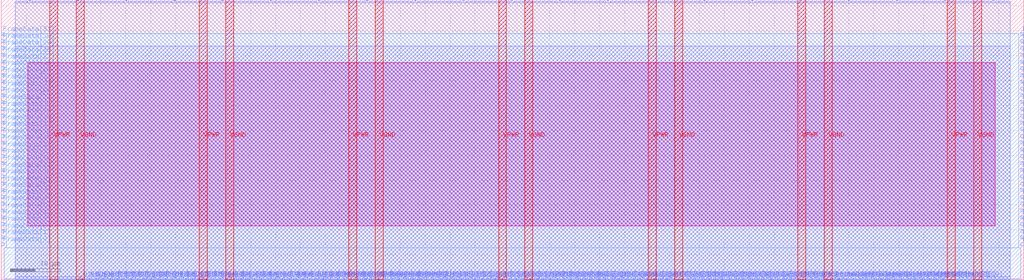
<source format=lef>
VERSION 5.7 ;
  NOWIREEXTENSIONATPIN ON ;
  DIVIDERCHAR "/" ;
  BUSBITCHARS "[]" ;
MACRO N_term_single
  CLASS BLOCK ;
  FOREIGN N_term_single ;
  ORIGIN 0.000 0.000 ;
  SIZE 205.000 BY 56.250 ;
  PIN Ci
    DIRECTION INPUT ;
    USE SIGNAL ;
    PORT
      LAYER met2 ;
        RECT 87.950 0.000 88.230 0.280 ;
    END
  END Ci
  PIN FrameData[0]
    DIRECTION INPUT ;
    USE SIGNAL ;
    ANTENNAGATEAREA 0.196500 ;
    PORT
      LAYER met3 ;
        RECT 0.000 6.840 0.600 7.440 ;
    END
  END FrameData[0]
  PIN FrameData[10]
    DIRECTION INPUT ;
    USE SIGNAL ;
    ANTENNAGATEAREA 0.631200 ;
    ANTENNADIFFAREA 0.434700 ;
    PORT
      LAYER met3 ;
        RECT 0.000 20.440 0.600 21.040 ;
    END
  END FrameData[10]
  PIN FrameData[11]
    DIRECTION INPUT ;
    USE SIGNAL ;
    ANTENNAGATEAREA 0.631200 ;
    ANTENNADIFFAREA 0.434700 ;
    PORT
      LAYER met3 ;
        RECT 0.000 21.800 0.600 22.400 ;
    END
  END FrameData[11]
  PIN FrameData[12]
    DIRECTION INPUT ;
    USE SIGNAL ;
    ANTENNAGATEAREA 0.631200 ;
    ANTENNADIFFAREA 0.434700 ;
    PORT
      LAYER met3 ;
        RECT 0.000 23.160 0.600 23.760 ;
    END
  END FrameData[12]
  PIN FrameData[13]
    DIRECTION INPUT ;
    USE SIGNAL ;
    ANTENNAGATEAREA 0.631200 ;
    ANTENNADIFFAREA 0.434700 ;
    PORT
      LAYER met3 ;
        RECT 0.000 24.520 0.600 25.120 ;
    END
  END FrameData[13]
  PIN FrameData[14]
    DIRECTION INPUT ;
    USE SIGNAL ;
    ANTENNAGATEAREA 0.631200 ;
    ANTENNADIFFAREA 0.434700 ;
    PORT
      LAYER met3 ;
        RECT 0.000 25.880 0.600 26.480 ;
    END
  END FrameData[14]
  PIN FrameData[15]
    DIRECTION INPUT ;
    USE SIGNAL ;
    ANTENNAGATEAREA 0.196500 ;
    PORT
      LAYER met3 ;
        RECT 0.000 27.240 0.600 27.840 ;
    END
  END FrameData[15]
  PIN FrameData[16]
    DIRECTION INPUT ;
    USE SIGNAL ;
    ANTENNAGATEAREA 0.631200 ;
    ANTENNADIFFAREA 0.434700 ;
    PORT
      LAYER met3 ;
        RECT 0.000 28.600 0.600 29.200 ;
    END
  END FrameData[16]
  PIN FrameData[17]
    DIRECTION INPUT ;
    USE SIGNAL ;
    ANTENNAGATEAREA 0.196500 ;
    PORT
      LAYER met3 ;
        RECT 0.000 29.960 0.600 30.560 ;
    END
  END FrameData[17]
  PIN FrameData[18]
    DIRECTION INPUT ;
    USE SIGNAL ;
    ANTENNAGATEAREA 0.631200 ;
    ANTENNADIFFAREA 0.434700 ;
    PORT
      LAYER met3 ;
        RECT 0.000 31.320 0.600 31.920 ;
    END
  END FrameData[18]
  PIN FrameData[19]
    DIRECTION INPUT ;
    USE SIGNAL ;
    ANTENNAGATEAREA 0.631200 ;
    ANTENNADIFFAREA 0.434700 ;
    PORT
      LAYER met3 ;
        RECT 0.000 32.680 0.600 33.280 ;
    END
  END FrameData[19]
  PIN FrameData[1]
    DIRECTION INPUT ;
    USE SIGNAL ;
    ANTENNAGATEAREA 0.631200 ;
    ANTENNADIFFAREA 0.434700 ;
    PORT
      LAYER met3 ;
        RECT 0.000 8.200 0.600 8.800 ;
    END
  END FrameData[1]
  PIN FrameData[20]
    DIRECTION INPUT ;
    USE SIGNAL ;
    ANTENNAGATEAREA 0.631200 ;
    ANTENNADIFFAREA 0.434700 ;
    PORT
      LAYER met3 ;
        RECT 0.000 34.040 0.600 34.640 ;
    END
  END FrameData[20]
  PIN FrameData[21]
    DIRECTION INPUT ;
    USE SIGNAL ;
    ANTENNAGATEAREA 0.631200 ;
    ANTENNADIFFAREA 0.434700 ;
    PORT
      LAYER met3 ;
        RECT 0.000 35.400 0.600 36.000 ;
    END
  END FrameData[21]
  PIN FrameData[22]
    DIRECTION INPUT ;
    USE SIGNAL ;
    ANTENNAGATEAREA 0.196500 ;
    PORT
      LAYER met3 ;
        RECT 0.000 36.760 0.600 37.360 ;
    END
  END FrameData[22]
  PIN FrameData[23]
    DIRECTION INPUT ;
    USE SIGNAL ;
    ANTENNAGATEAREA 0.631200 ;
    ANTENNADIFFAREA 0.434700 ;
    PORT
      LAYER met3 ;
        RECT 0.000 38.120 0.600 38.720 ;
    END
  END FrameData[23]
  PIN FrameData[24]
    DIRECTION INPUT ;
    USE SIGNAL ;
    ANTENNAGATEAREA 0.631200 ;
    ANTENNADIFFAREA 0.434700 ;
    PORT
      LAYER met3 ;
        RECT 0.000 39.480 0.600 40.080 ;
    END
  END FrameData[24]
  PIN FrameData[25]
    DIRECTION INPUT ;
    USE SIGNAL ;
    ANTENNAGATEAREA 0.631200 ;
    ANTENNADIFFAREA 0.434700 ;
    PORT
      LAYER met3 ;
        RECT 0.000 40.840 0.600 41.440 ;
    END
  END FrameData[25]
  PIN FrameData[26]
    DIRECTION INPUT ;
    USE SIGNAL ;
    ANTENNAGATEAREA 0.631200 ;
    ANTENNADIFFAREA 0.434700 ;
    PORT
      LAYER met3 ;
        RECT 0.000 42.200 0.600 42.800 ;
    END
  END FrameData[26]
  PIN FrameData[27]
    DIRECTION INPUT ;
    USE SIGNAL ;
    ANTENNAGATEAREA 0.631200 ;
    ANTENNADIFFAREA 0.434700 ;
    PORT
      LAYER met3 ;
        RECT 0.000 43.560 0.600 44.160 ;
    END
  END FrameData[27]
  PIN FrameData[28]
    DIRECTION INPUT ;
    USE SIGNAL ;
    ANTENNAGATEAREA 0.631200 ;
    ANTENNADIFFAREA 0.434700 ;
    PORT
      LAYER met3 ;
        RECT 0.000 44.920 0.600 45.520 ;
    END
  END FrameData[28]
  PIN FrameData[29]
    DIRECTION INPUT ;
    USE SIGNAL ;
    ANTENNAGATEAREA 0.631200 ;
    ANTENNADIFFAREA 0.434700 ;
    PORT
      LAYER met3 ;
        RECT 0.000 46.280 0.600 46.880 ;
    END
  END FrameData[29]
  PIN FrameData[2]
    DIRECTION INPUT ;
    USE SIGNAL ;
    ANTENNAGATEAREA 0.631200 ;
    ANTENNADIFFAREA 0.434700 ;
    PORT
      LAYER met3 ;
        RECT 0.000 9.560 0.600 10.160 ;
    END
  END FrameData[2]
  PIN FrameData[30]
    DIRECTION INPUT ;
    USE SIGNAL ;
    ANTENNAGATEAREA 0.631200 ;
    ANTENNADIFFAREA 0.434700 ;
    PORT
      LAYER met3 ;
        RECT 0.000 47.640 0.600 48.240 ;
    END
  END FrameData[30]
  PIN FrameData[31]
    DIRECTION INPUT ;
    USE SIGNAL ;
    ANTENNAGATEAREA 0.631200 ;
    ANTENNADIFFAREA 0.434700 ;
    PORT
      LAYER met3 ;
        RECT 0.000 49.000 0.600 49.600 ;
    END
  END FrameData[31]
  PIN FrameData[3]
    DIRECTION INPUT ;
    USE SIGNAL ;
    ANTENNAGATEAREA 0.631200 ;
    ANTENNADIFFAREA 0.434700 ;
    PORT
      LAYER met3 ;
        RECT 0.000 10.920 0.600 11.520 ;
    END
  END FrameData[3]
  PIN FrameData[4]
    DIRECTION INPUT ;
    USE SIGNAL ;
    ANTENNAGATEAREA 0.631200 ;
    ANTENNADIFFAREA 0.434700 ;
    PORT
      LAYER met3 ;
        RECT 0.000 12.280 0.600 12.880 ;
    END
  END FrameData[4]
  PIN FrameData[5]
    DIRECTION INPUT ;
    USE SIGNAL ;
    ANTENNAGATEAREA 0.631200 ;
    ANTENNADIFFAREA 0.434700 ;
    PORT
      LAYER met3 ;
        RECT 0.000 13.640 0.600 14.240 ;
    END
  END FrameData[5]
  PIN FrameData[6]
    DIRECTION INPUT ;
    USE SIGNAL ;
    ANTENNAGATEAREA 0.631200 ;
    ANTENNADIFFAREA 0.434700 ;
    PORT
      LAYER met3 ;
        RECT 0.000 15.000 0.600 15.600 ;
    END
  END FrameData[6]
  PIN FrameData[7]
    DIRECTION INPUT ;
    USE SIGNAL ;
    ANTENNAGATEAREA 0.631200 ;
    ANTENNADIFFAREA 0.434700 ;
    PORT
      LAYER met3 ;
        RECT 0.000 16.360 0.600 16.960 ;
    END
  END FrameData[7]
  PIN FrameData[8]
    DIRECTION INPUT ;
    USE SIGNAL ;
    ANTENNAGATEAREA 0.631200 ;
    ANTENNADIFFAREA 0.434700 ;
    PORT
      LAYER met3 ;
        RECT 0.000 17.720 0.600 18.320 ;
    END
  END FrameData[8]
  PIN FrameData[9]
    DIRECTION INPUT ;
    USE SIGNAL ;
    ANTENNAGATEAREA 0.631200 ;
    ANTENNADIFFAREA 0.434700 ;
    PORT
      LAYER met3 ;
        RECT 0.000 19.080 0.600 19.680 ;
    END
  END FrameData[9]
  PIN FrameData_O[0]
    DIRECTION OUTPUT ;
    USE SIGNAL ;
    ANTENNADIFFAREA 0.445500 ;
    PORT
      LAYER met3 ;
        RECT 204.400 6.840 205.000 7.440 ;
    END
  END FrameData_O[0]
  PIN FrameData_O[10]
    DIRECTION OUTPUT ;
    USE SIGNAL ;
    ANTENNADIFFAREA 0.445500 ;
    PORT
      LAYER met3 ;
        RECT 204.400 20.440 205.000 21.040 ;
    END
  END FrameData_O[10]
  PIN FrameData_O[11]
    DIRECTION OUTPUT ;
    USE SIGNAL ;
    ANTENNADIFFAREA 0.445500 ;
    PORT
      LAYER met3 ;
        RECT 204.400 21.800 205.000 22.400 ;
    END
  END FrameData_O[11]
  PIN FrameData_O[12]
    DIRECTION OUTPUT ;
    USE SIGNAL ;
    ANTENNADIFFAREA 0.445500 ;
    PORT
      LAYER met3 ;
        RECT 204.400 23.160 205.000 23.760 ;
    END
  END FrameData_O[12]
  PIN FrameData_O[13]
    DIRECTION OUTPUT ;
    USE SIGNAL ;
    ANTENNADIFFAREA 0.445500 ;
    PORT
      LAYER met3 ;
        RECT 204.400 24.520 205.000 25.120 ;
    END
  END FrameData_O[13]
  PIN FrameData_O[14]
    DIRECTION OUTPUT ;
    USE SIGNAL ;
    ANTENNADIFFAREA 0.445500 ;
    PORT
      LAYER met3 ;
        RECT 204.400 25.880 205.000 26.480 ;
    END
  END FrameData_O[14]
  PIN FrameData_O[15]
    DIRECTION OUTPUT ;
    USE SIGNAL ;
    ANTENNADIFFAREA 0.445500 ;
    PORT
      LAYER met3 ;
        RECT 204.400 27.240 205.000 27.840 ;
    END
  END FrameData_O[15]
  PIN FrameData_O[16]
    DIRECTION OUTPUT ;
    USE SIGNAL ;
    ANTENNADIFFAREA 0.445500 ;
    PORT
      LAYER met3 ;
        RECT 204.400 28.600 205.000 29.200 ;
    END
  END FrameData_O[16]
  PIN FrameData_O[17]
    DIRECTION OUTPUT ;
    USE SIGNAL ;
    ANTENNADIFFAREA 0.445500 ;
    PORT
      LAYER met3 ;
        RECT 204.400 29.960 205.000 30.560 ;
    END
  END FrameData_O[17]
  PIN FrameData_O[18]
    DIRECTION OUTPUT ;
    USE SIGNAL ;
    ANTENNADIFFAREA 0.445500 ;
    PORT
      LAYER met3 ;
        RECT 204.400 31.320 205.000 31.920 ;
    END
  END FrameData_O[18]
  PIN FrameData_O[19]
    DIRECTION OUTPUT ;
    USE SIGNAL ;
    ANTENNADIFFAREA 0.445500 ;
    PORT
      LAYER met3 ;
        RECT 204.400 32.680 205.000 33.280 ;
    END
  END FrameData_O[19]
  PIN FrameData_O[1]
    DIRECTION OUTPUT ;
    USE SIGNAL ;
    ANTENNADIFFAREA 0.445500 ;
    PORT
      LAYER met3 ;
        RECT 204.400 8.200 205.000 8.800 ;
    END
  END FrameData_O[1]
  PIN FrameData_O[20]
    DIRECTION OUTPUT ;
    USE SIGNAL ;
    ANTENNADIFFAREA 0.445500 ;
    PORT
      LAYER met3 ;
        RECT 204.400 34.040 205.000 34.640 ;
    END
  END FrameData_O[20]
  PIN FrameData_O[21]
    DIRECTION OUTPUT ;
    USE SIGNAL ;
    ANTENNADIFFAREA 0.445500 ;
    PORT
      LAYER met3 ;
        RECT 204.400 35.400 205.000 36.000 ;
    END
  END FrameData_O[21]
  PIN FrameData_O[22]
    DIRECTION OUTPUT ;
    USE SIGNAL ;
    ANTENNADIFFAREA 0.445500 ;
    PORT
      LAYER met3 ;
        RECT 204.400 36.760 205.000 37.360 ;
    END
  END FrameData_O[22]
  PIN FrameData_O[23]
    DIRECTION OUTPUT ;
    USE SIGNAL ;
    ANTENNADIFFAREA 0.445500 ;
    PORT
      LAYER met3 ;
        RECT 204.400 38.120 205.000 38.720 ;
    END
  END FrameData_O[23]
  PIN FrameData_O[24]
    DIRECTION OUTPUT ;
    USE SIGNAL ;
    ANTENNADIFFAREA 0.445500 ;
    PORT
      LAYER met3 ;
        RECT 204.400 39.480 205.000 40.080 ;
    END
  END FrameData_O[24]
  PIN FrameData_O[25]
    DIRECTION OUTPUT ;
    USE SIGNAL ;
    ANTENNADIFFAREA 0.445500 ;
    PORT
      LAYER met3 ;
        RECT 204.400 40.840 205.000 41.440 ;
    END
  END FrameData_O[25]
  PIN FrameData_O[26]
    DIRECTION OUTPUT ;
    USE SIGNAL ;
    ANTENNADIFFAREA 0.445500 ;
    PORT
      LAYER met3 ;
        RECT 204.400 42.200 205.000 42.800 ;
    END
  END FrameData_O[26]
  PIN FrameData_O[27]
    DIRECTION OUTPUT ;
    USE SIGNAL ;
    ANTENNADIFFAREA 0.445500 ;
    PORT
      LAYER met3 ;
        RECT 204.400 43.560 205.000 44.160 ;
    END
  END FrameData_O[27]
  PIN FrameData_O[28]
    DIRECTION OUTPUT ;
    USE SIGNAL ;
    ANTENNADIFFAREA 0.445500 ;
    PORT
      LAYER met3 ;
        RECT 204.400 44.920 205.000 45.520 ;
    END
  END FrameData_O[28]
  PIN FrameData_O[29]
    DIRECTION OUTPUT ;
    USE SIGNAL ;
    ANTENNADIFFAREA 0.445500 ;
    PORT
      LAYER met3 ;
        RECT 204.400 46.280 205.000 46.880 ;
    END
  END FrameData_O[29]
  PIN FrameData_O[2]
    DIRECTION OUTPUT ;
    USE SIGNAL ;
    ANTENNADIFFAREA 0.445500 ;
    PORT
      LAYER met3 ;
        RECT 204.400 9.560 205.000 10.160 ;
    END
  END FrameData_O[2]
  PIN FrameData_O[30]
    DIRECTION OUTPUT ;
    USE SIGNAL ;
    ANTENNADIFFAREA 0.445500 ;
    PORT
      LAYER met3 ;
        RECT 204.400 47.640 205.000 48.240 ;
    END
  END FrameData_O[30]
  PIN FrameData_O[31]
    DIRECTION OUTPUT ;
    USE SIGNAL ;
    ANTENNADIFFAREA 0.445500 ;
    PORT
      LAYER met3 ;
        RECT 204.400 49.000 205.000 49.600 ;
    END
  END FrameData_O[31]
  PIN FrameData_O[3]
    DIRECTION OUTPUT ;
    USE SIGNAL ;
    ANTENNADIFFAREA 0.445500 ;
    PORT
      LAYER met3 ;
        RECT 204.400 10.920 205.000 11.520 ;
    END
  END FrameData_O[3]
  PIN FrameData_O[4]
    DIRECTION OUTPUT ;
    USE SIGNAL ;
    ANTENNADIFFAREA 0.445500 ;
    PORT
      LAYER met3 ;
        RECT 204.400 12.280 205.000 12.880 ;
    END
  END FrameData_O[4]
  PIN FrameData_O[5]
    DIRECTION OUTPUT ;
    USE SIGNAL ;
    ANTENNADIFFAREA 0.445500 ;
    PORT
      LAYER met3 ;
        RECT 204.400 13.640 205.000 14.240 ;
    END
  END FrameData_O[5]
  PIN FrameData_O[6]
    DIRECTION OUTPUT ;
    USE SIGNAL ;
    ANTENNADIFFAREA 0.445500 ;
    PORT
      LAYER met3 ;
        RECT 204.400 15.000 205.000 15.600 ;
    END
  END FrameData_O[6]
  PIN FrameData_O[7]
    DIRECTION OUTPUT ;
    USE SIGNAL ;
    ANTENNADIFFAREA 0.445500 ;
    PORT
      LAYER met3 ;
        RECT 204.400 16.360 205.000 16.960 ;
    END
  END FrameData_O[7]
  PIN FrameData_O[8]
    DIRECTION OUTPUT ;
    USE SIGNAL ;
    ANTENNADIFFAREA 0.445500 ;
    PORT
      LAYER met3 ;
        RECT 204.400 17.720 205.000 18.320 ;
    END
  END FrameData_O[8]
  PIN FrameData_O[9]
    DIRECTION OUTPUT ;
    USE SIGNAL ;
    ANTENNADIFFAREA 0.445500 ;
    PORT
      LAYER met3 ;
        RECT 204.400 19.080 205.000 19.680 ;
    END
  END FrameData_O[9]
  PIN FrameStrobe[0]
    DIRECTION INPUT ;
    USE SIGNAL ;
    ANTENNAGATEAREA 0.631200 ;
    ANTENNADIFFAREA 0.434700 ;
    PORT
      LAYER met2 ;
        RECT 162.470 0.000 162.750 0.280 ;
    END
  END FrameStrobe[0]
  PIN FrameStrobe[10]
    DIRECTION INPUT ;
    USE SIGNAL ;
    ANTENNAGATEAREA 0.196500 ;
    PORT
      LAYER met2 ;
        RECT 176.270 0.000 176.550 0.280 ;
    END
  END FrameStrobe[10]
  PIN FrameStrobe[11]
    DIRECTION INPUT ;
    USE SIGNAL ;
    ANTENNAGATEAREA 0.196500 ;
    PORT
      LAYER met2 ;
        RECT 177.650 0.000 177.930 0.280 ;
    END
  END FrameStrobe[11]
  PIN FrameStrobe[12]
    DIRECTION INPUT ;
    USE SIGNAL ;
    ANTENNAGATEAREA 0.196500 ;
    PORT
      LAYER met2 ;
        RECT 179.030 0.000 179.310 0.280 ;
    END
  END FrameStrobe[12]
  PIN FrameStrobe[13]
    DIRECTION INPUT ;
    USE SIGNAL ;
    ANTENNAGATEAREA 0.196500 ;
    PORT
      LAYER met2 ;
        RECT 180.410 0.000 180.690 0.280 ;
    END
  END FrameStrobe[13]
  PIN FrameStrobe[14]
    DIRECTION INPUT ;
    USE SIGNAL ;
    ANTENNAGATEAREA 0.196500 ;
    PORT
      LAYER met2 ;
        RECT 181.790 0.000 182.070 0.280 ;
    END
  END FrameStrobe[14]
  PIN FrameStrobe[15]
    DIRECTION INPUT ;
    USE SIGNAL ;
    ANTENNAGATEAREA 0.196500 ;
    PORT
      LAYER met2 ;
        RECT 183.170 0.000 183.450 0.280 ;
    END
  END FrameStrobe[15]
  PIN FrameStrobe[16]
    DIRECTION INPUT ;
    USE SIGNAL ;
    ANTENNAGATEAREA 0.196500 ;
    PORT
      LAYER met2 ;
        RECT 184.550 0.000 184.830 0.280 ;
    END
  END FrameStrobe[16]
  PIN FrameStrobe[17]
    DIRECTION INPUT ;
    USE SIGNAL ;
    ANTENNAGATEAREA 0.196500 ;
    PORT
      LAYER met2 ;
        RECT 185.930 0.000 186.210 0.280 ;
    END
  END FrameStrobe[17]
  PIN FrameStrobe[18]
    DIRECTION INPUT ;
    USE SIGNAL ;
    ANTENNAGATEAREA 0.196500 ;
    PORT
      LAYER met2 ;
        RECT 187.310 0.000 187.590 0.280 ;
    END
  END FrameStrobe[18]
  PIN FrameStrobe[19]
    DIRECTION INPUT ;
    USE SIGNAL ;
    ANTENNAGATEAREA 0.196500 ;
    PORT
      LAYER met2 ;
        RECT 188.690 0.000 188.970 0.280 ;
    END
  END FrameStrobe[19]
  PIN FrameStrobe[1]
    DIRECTION INPUT ;
    USE SIGNAL ;
    ANTENNAGATEAREA 0.631200 ;
    ANTENNADIFFAREA 0.434700 ;
    PORT
      LAYER met2 ;
        RECT 163.850 0.000 164.130 0.280 ;
    END
  END FrameStrobe[1]
  PIN FrameStrobe[2]
    DIRECTION INPUT ;
    USE SIGNAL ;
    ANTENNAGATEAREA 0.196500 ;
    PORT
      LAYER met2 ;
        RECT 165.230 0.000 165.510 0.280 ;
    END
  END FrameStrobe[2]
  PIN FrameStrobe[3]
    DIRECTION INPUT ;
    USE SIGNAL ;
    ANTENNAGATEAREA 0.631200 ;
    ANTENNADIFFAREA 0.434700 ;
    PORT
      LAYER met2 ;
        RECT 166.610 0.000 166.890 0.280 ;
    END
  END FrameStrobe[3]
  PIN FrameStrobe[4]
    DIRECTION INPUT ;
    USE SIGNAL ;
    ANTENNAGATEAREA 0.196500 ;
    PORT
      LAYER met2 ;
        RECT 167.990 0.000 168.270 0.280 ;
    END
  END FrameStrobe[4]
  PIN FrameStrobe[5]
    DIRECTION INPUT ;
    USE SIGNAL ;
    ANTENNAGATEAREA 0.196500 ;
    PORT
      LAYER met2 ;
        RECT 169.370 0.000 169.650 0.280 ;
    END
  END FrameStrobe[5]
  PIN FrameStrobe[6]
    DIRECTION INPUT ;
    USE SIGNAL ;
    ANTENNAGATEAREA 0.196500 ;
    PORT
      LAYER met2 ;
        RECT 170.750 0.000 171.030 0.280 ;
    END
  END FrameStrobe[6]
  PIN FrameStrobe[7]
    DIRECTION INPUT ;
    USE SIGNAL ;
    ANTENNAGATEAREA 0.196500 ;
    PORT
      LAYER met2 ;
        RECT 172.130 0.000 172.410 0.280 ;
    END
  END FrameStrobe[7]
  PIN FrameStrobe[8]
    DIRECTION INPUT ;
    USE SIGNAL ;
    ANTENNAGATEAREA 0.196500 ;
    PORT
      LAYER met2 ;
        RECT 173.510 0.000 173.790 0.280 ;
    END
  END FrameStrobe[8]
  PIN FrameStrobe[9]
    DIRECTION INPUT ;
    USE SIGNAL ;
    ANTENNAGATEAREA 0.196500 ;
    PORT
      LAYER met2 ;
        RECT 174.890 0.000 175.170 0.280 ;
    END
  END FrameStrobe[9]
  PIN FrameStrobe_O[0]
    DIRECTION OUTPUT ;
    USE SIGNAL ;
    ANTENNADIFFAREA 0.445500 ;
    PORT
      LAYER met2 ;
        RECT 15.270 55.970 15.550 56.250 ;
    END
  END FrameStrobe_O[0]
  PIN FrameStrobe_O[10]
    DIRECTION OUTPUT ;
    USE SIGNAL ;
    ANTENNADIFFAREA 0.445500 ;
    PORT
      LAYER met2 ;
        RECT 111.870 55.970 112.150 56.250 ;
    END
  END FrameStrobe_O[10]
  PIN FrameStrobe_O[11]
    DIRECTION OUTPUT ;
    USE SIGNAL ;
    ANTENNADIFFAREA 0.445500 ;
    PORT
      LAYER met2 ;
        RECT 121.530 55.970 121.810 56.250 ;
    END
  END FrameStrobe_O[11]
  PIN FrameStrobe_O[12]
    DIRECTION OUTPUT ;
    USE SIGNAL ;
    ANTENNADIFFAREA 0.445500 ;
    PORT
      LAYER met2 ;
        RECT 131.190 55.970 131.470 56.250 ;
    END
  END FrameStrobe_O[12]
  PIN FrameStrobe_O[13]
    DIRECTION OUTPUT ;
    USE SIGNAL ;
    ANTENNADIFFAREA 0.445500 ;
    PORT
      LAYER met2 ;
        RECT 140.850 55.970 141.130 56.250 ;
    END
  END FrameStrobe_O[13]
  PIN FrameStrobe_O[14]
    DIRECTION OUTPUT ;
    USE SIGNAL ;
    ANTENNADIFFAREA 0.445500 ;
    PORT
      LAYER met2 ;
        RECT 150.510 55.970 150.790 56.250 ;
    END
  END FrameStrobe_O[14]
  PIN FrameStrobe_O[15]
    DIRECTION OUTPUT ;
    USE SIGNAL ;
    ANTENNADIFFAREA 0.445500 ;
    PORT
      LAYER met2 ;
        RECT 160.170 55.970 160.450 56.250 ;
    END
  END FrameStrobe_O[15]
  PIN FrameStrobe_O[16]
    DIRECTION OUTPUT ;
    USE SIGNAL ;
    ANTENNADIFFAREA 0.445500 ;
    PORT
      LAYER met2 ;
        RECT 169.830 55.970 170.110 56.250 ;
    END
  END FrameStrobe_O[16]
  PIN FrameStrobe_O[17]
    DIRECTION OUTPUT ;
    USE SIGNAL ;
    ANTENNADIFFAREA 0.445500 ;
    PORT
      LAYER met2 ;
        RECT 179.490 55.970 179.770 56.250 ;
    END
  END FrameStrobe_O[17]
  PIN FrameStrobe_O[18]
    DIRECTION OUTPUT ;
    USE SIGNAL ;
    ANTENNADIFFAREA 0.445500 ;
    PORT
      LAYER met2 ;
        RECT 189.150 55.970 189.430 56.250 ;
    END
  END FrameStrobe_O[18]
  PIN FrameStrobe_O[19]
    DIRECTION OUTPUT ;
    USE SIGNAL ;
    ANTENNADIFFAREA 0.445500 ;
    PORT
      LAYER met2 ;
        RECT 198.810 55.970 199.090 56.250 ;
    END
  END FrameStrobe_O[19]
  PIN FrameStrobe_O[1]
    DIRECTION OUTPUT ;
    USE SIGNAL ;
    ANTENNADIFFAREA 0.445500 ;
    PORT
      LAYER met2 ;
        RECT 24.930 55.970 25.210 56.250 ;
    END
  END FrameStrobe_O[1]
  PIN FrameStrobe_O[2]
    DIRECTION OUTPUT ;
    USE SIGNAL ;
    ANTENNADIFFAREA 0.445500 ;
    PORT
      LAYER met2 ;
        RECT 34.590 55.970 34.870 56.250 ;
    END
  END FrameStrobe_O[2]
  PIN FrameStrobe_O[3]
    DIRECTION OUTPUT ;
    USE SIGNAL ;
    ANTENNADIFFAREA 0.445500 ;
    PORT
      LAYER met2 ;
        RECT 44.250 55.970 44.530 56.250 ;
    END
  END FrameStrobe_O[3]
  PIN FrameStrobe_O[4]
    DIRECTION OUTPUT ;
    USE SIGNAL ;
    ANTENNADIFFAREA 0.445500 ;
    PORT
      LAYER met2 ;
        RECT 53.910 55.970 54.190 56.250 ;
    END
  END FrameStrobe_O[4]
  PIN FrameStrobe_O[5]
    DIRECTION OUTPUT ;
    USE SIGNAL ;
    ANTENNADIFFAREA 0.445500 ;
    PORT
      LAYER met2 ;
        RECT 63.570 55.970 63.850 56.250 ;
    END
  END FrameStrobe_O[5]
  PIN FrameStrobe_O[6]
    DIRECTION OUTPUT ;
    USE SIGNAL ;
    ANTENNADIFFAREA 0.445500 ;
    PORT
      LAYER met2 ;
        RECT 73.230 55.970 73.510 56.250 ;
    END
  END FrameStrobe_O[6]
  PIN FrameStrobe_O[7]
    DIRECTION OUTPUT ;
    USE SIGNAL ;
    ANTENNADIFFAREA 0.445500 ;
    PORT
      LAYER met2 ;
        RECT 82.890 55.970 83.170 56.250 ;
    END
  END FrameStrobe_O[7]
  PIN FrameStrobe_O[8]
    DIRECTION OUTPUT ;
    USE SIGNAL ;
    ANTENNADIFFAREA 0.445500 ;
    PORT
      LAYER met2 ;
        RECT 92.550 55.970 92.830 56.250 ;
    END
  END FrameStrobe_O[8]
  PIN FrameStrobe_O[9]
    DIRECTION OUTPUT ;
    USE SIGNAL ;
    ANTENNADIFFAREA 0.445500 ;
    PORT
      LAYER met2 ;
        RECT 102.210 55.970 102.490 56.250 ;
    END
  END FrameStrobe_O[9]
  PIN N1END[0]
    DIRECTION INPUT ;
    USE SIGNAL ;
    ANTENNAGATEAREA 0.196500 ;
    PORT
      LAYER met2 ;
        RECT 16.190 0.000 16.470 0.280 ;
    END
  END N1END[0]
  PIN N1END[1]
    DIRECTION INPUT ;
    USE SIGNAL ;
    ANTENNAGATEAREA 0.196500 ;
    PORT
      LAYER met2 ;
        RECT 17.570 0.000 17.850 0.280 ;
    END
  END N1END[1]
  PIN N1END[2]
    DIRECTION INPUT ;
    USE SIGNAL ;
    ANTENNAGATEAREA 0.196500 ;
    PORT
      LAYER met2 ;
        RECT 18.950 0.000 19.230 0.280 ;
    END
  END N1END[2]
  PIN N1END[3]
    DIRECTION INPUT ;
    USE SIGNAL ;
    ANTENNAGATEAREA 0.196500 ;
    PORT
      LAYER met2 ;
        RECT 20.330 0.000 20.610 0.280 ;
    END
  END N1END[3]
  PIN N2END[0]
    DIRECTION INPUT ;
    USE SIGNAL ;
    ANTENNAGATEAREA 0.196500 ;
    PORT
      LAYER met2 ;
        RECT 32.750 0.000 33.030 0.280 ;
    END
  END N2END[0]
  PIN N2END[1]
    DIRECTION INPUT ;
    USE SIGNAL ;
    ANTENNAGATEAREA 0.196500 ;
    PORT
      LAYER met2 ;
        RECT 34.130 0.000 34.410 0.280 ;
    END
  END N2END[1]
  PIN N2END[2]
    DIRECTION INPUT ;
    USE SIGNAL ;
    ANTENNAGATEAREA 0.196500 ;
    PORT
      LAYER met2 ;
        RECT 35.510 0.000 35.790 0.280 ;
    END
  END N2END[2]
  PIN N2END[3]
    DIRECTION INPUT ;
    USE SIGNAL ;
    ANTENNAGATEAREA 0.196500 ;
    PORT
      LAYER met2 ;
        RECT 36.890 0.000 37.170 0.280 ;
    END
  END N2END[3]
  PIN N2END[4]
    DIRECTION INPUT ;
    USE SIGNAL ;
    ANTENNAGATEAREA 0.196500 ;
    PORT
      LAYER met2 ;
        RECT 38.270 0.000 38.550 0.280 ;
    END
  END N2END[4]
  PIN N2END[5]
    DIRECTION INPUT ;
    USE SIGNAL ;
    ANTENNAGATEAREA 0.196500 ;
    PORT
      LAYER met2 ;
        RECT 39.650 0.000 39.930 0.280 ;
    END
  END N2END[5]
  PIN N2END[6]
    DIRECTION INPUT ;
    USE SIGNAL ;
    ANTENNAGATEAREA 0.196500 ;
    PORT
      LAYER met2 ;
        RECT 41.030 0.000 41.310 0.280 ;
    END
  END N2END[6]
  PIN N2END[7]
    DIRECTION INPUT ;
    USE SIGNAL ;
    ANTENNAGATEAREA 0.196500 ;
    PORT
      LAYER met2 ;
        RECT 42.410 0.000 42.690 0.280 ;
    END
  END N2END[7]
  PIN N2MID[0]
    DIRECTION INPUT ;
    USE SIGNAL ;
    ANTENNAGATEAREA 0.196500 ;
    PORT
      LAYER met2 ;
        RECT 21.710 0.000 21.990 0.280 ;
    END
  END N2MID[0]
  PIN N2MID[1]
    DIRECTION INPUT ;
    USE SIGNAL ;
    ANTENNAGATEAREA 0.196500 ;
    PORT
      LAYER met2 ;
        RECT 23.090 0.000 23.370 0.280 ;
    END
  END N2MID[1]
  PIN N2MID[2]
    DIRECTION INPUT ;
    USE SIGNAL ;
    ANTENNAGATEAREA 0.196500 ;
    PORT
      LAYER met2 ;
        RECT 24.470 0.000 24.750 0.280 ;
    END
  END N2MID[2]
  PIN N2MID[3]
    DIRECTION INPUT ;
    USE SIGNAL ;
    ANTENNAGATEAREA 0.196500 ;
    PORT
      LAYER met2 ;
        RECT 25.850 0.000 26.130 0.280 ;
    END
  END N2MID[3]
  PIN N2MID[4]
    DIRECTION INPUT ;
    USE SIGNAL ;
    ANTENNAGATEAREA 0.196500 ;
    PORT
      LAYER met2 ;
        RECT 27.230 0.000 27.510 0.280 ;
    END
  END N2MID[4]
  PIN N2MID[5]
    DIRECTION INPUT ;
    USE SIGNAL ;
    ANTENNAGATEAREA 0.196500 ;
    PORT
      LAYER met2 ;
        RECT 28.610 0.000 28.890 0.280 ;
    END
  END N2MID[5]
  PIN N2MID[6]
    DIRECTION INPUT ;
    USE SIGNAL ;
    ANTENNAGATEAREA 0.196500 ;
    PORT
      LAYER met2 ;
        RECT 29.990 0.000 30.270 0.280 ;
    END
  END N2MID[6]
  PIN N2MID[7]
    DIRECTION INPUT ;
    USE SIGNAL ;
    ANTENNAGATEAREA 0.196500 ;
    PORT
      LAYER met2 ;
        RECT 31.370 0.000 31.650 0.280 ;
    END
  END N2MID[7]
  PIN N4END[0]
    DIRECTION INPUT ;
    USE SIGNAL ;
    ANTENNAGATEAREA 0.196500 ;
    PORT
      LAYER met2 ;
        RECT 43.790 0.000 44.070 0.280 ;
    END
  END N4END[0]
  PIN N4END[10]
    DIRECTION INPUT ;
    USE SIGNAL ;
    ANTENNAGATEAREA 0.196500 ;
    PORT
      LAYER met2 ;
        RECT 57.590 0.000 57.870 0.280 ;
    END
  END N4END[10]
  PIN N4END[11]
    DIRECTION INPUT ;
    USE SIGNAL ;
    ANTENNAGATEAREA 0.196500 ;
    PORT
      LAYER met2 ;
        RECT 58.970 0.000 59.250 0.280 ;
    END
  END N4END[11]
  PIN N4END[12]
    DIRECTION INPUT ;
    USE SIGNAL ;
    ANTENNAGATEAREA 0.196500 ;
    PORT
      LAYER met2 ;
        RECT 60.350 0.000 60.630 0.280 ;
    END
  END N4END[12]
  PIN N4END[13]
    DIRECTION INPUT ;
    USE SIGNAL ;
    ANTENNAGATEAREA 0.196500 ;
    PORT
      LAYER met2 ;
        RECT 61.730 0.000 62.010 0.280 ;
    END
  END N4END[13]
  PIN N4END[14]
    DIRECTION INPUT ;
    USE SIGNAL ;
    ANTENNAGATEAREA 0.196500 ;
    PORT
      LAYER met2 ;
        RECT 63.110 0.000 63.390 0.280 ;
    END
  END N4END[14]
  PIN N4END[15]
    DIRECTION INPUT ;
    USE SIGNAL ;
    ANTENNAGATEAREA 0.196500 ;
    PORT
      LAYER met2 ;
        RECT 64.490 0.000 64.770 0.280 ;
    END
  END N4END[15]
  PIN N4END[1]
    DIRECTION INPUT ;
    USE SIGNAL ;
    ANTENNAGATEAREA 0.631200 ;
    ANTENNADIFFAREA 0.434700 ;
    PORT
      LAYER met2 ;
        RECT 45.170 0.000 45.450 0.280 ;
    END
  END N4END[1]
  PIN N4END[2]
    DIRECTION INPUT ;
    USE SIGNAL ;
    ANTENNAGATEAREA 0.196500 ;
    PORT
      LAYER met2 ;
        RECT 46.550 0.000 46.830 0.280 ;
    END
  END N4END[2]
  PIN N4END[3]
    DIRECTION INPUT ;
    USE SIGNAL ;
    ANTENNAGATEAREA 0.196500 ;
    PORT
      LAYER met2 ;
        RECT 47.930 0.000 48.210 0.280 ;
    END
  END N4END[3]
  PIN N4END[4]
    DIRECTION INPUT ;
    USE SIGNAL ;
    ANTENNAGATEAREA 0.196500 ;
    PORT
      LAYER met2 ;
        RECT 49.310 0.000 49.590 0.280 ;
    END
  END N4END[4]
  PIN N4END[5]
    DIRECTION INPUT ;
    USE SIGNAL ;
    ANTENNAGATEAREA 0.196500 ;
    PORT
      LAYER met2 ;
        RECT 50.690 0.000 50.970 0.280 ;
    END
  END N4END[5]
  PIN N4END[6]
    DIRECTION INPUT ;
    USE SIGNAL ;
    ANTENNAGATEAREA 0.196500 ;
    PORT
      LAYER met2 ;
        RECT 52.070 0.000 52.350 0.280 ;
    END
  END N4END[6]
  PIN N4END[7]
    DIRECTION INPUT ;
    USE SIGNAL ;
    ANTENNAGATEAREA 0.196500 ;
    PORT
      LAYER met2 ;
        RECT 53.450 0.000 53.730 0.280 ;
    END
  END N4END[7]
  PIN N4END[8]
    DIRECTION INPUT ;
    USE SIGNAL ;
    ANTENNAGATEAREA 0.196500 ;
    PORT
      LAYER met2 ;
        RECT 54.830 0.000 55.110 0.280 ;
    END
  END N4END[8]
  PIN N4END[9]
    DIRECTION INPUT ;
    USE SIGNAL ;
    ANTENNAGATEAREA 0.196500 ;
    PORT
      LAYER met2 ;
        RECT 56.210 0.000 56.490 0.280 ;
    END
  END N4END[9]
  PIN NN4END[0]
    DIRECTION INPUT ;
    USE SIGNAL ;
    ANTENNAGATEAREA 0.196500 ;
    PORT
      LAYER met2 ;
        RECT 65.870 0.000 66.150 0.280 ;
    END
  END NN4END[0]
  PIN NN4END[10]
    DIRECTION INPUT ;
    USE SIGNAL ;
    ANTENNAGATEAREA 0.631200 ;
    ANTENNADIFFAREA 0.434700 ;
    PORT
      LAYER met2 ;
        RECT 79.670 0.000 79.950 0.280 ;
    END
  END NN4END[10]
  PIN NN4END[11]
    DIRECTION INPUT ;
    USE SIGNAL ;
    ANTENNAGATEAREA 0.196500 ;
    PORT
      LAYER met2 ;
        RECT 81.050 0.000 81.330 0.280 ;
    END
  END NN4END[11]
  PIN NN4END[12]
    DIRECTION INPUT ;
    USE SIGNAL ;
    ANTENNAGATEAREA 0.631200 ;
    ANTENNADIFFAREA 0.434700 ;
    PORT
      LAYER met2 ;
        RECT 82.430 0.000 82.710 0.280 ;
    END
  END NN4END[12]
  PIN NN4END[13]
    DIRECTION INPUT ;
    USE SIGNAL ;
    ANTENNAGATEAREA 0.631200 ;
    ANTENNADIFFAREA 0.434700 ;
    PORT
      LAYER met2 ;
        RECT 83.810 0.000 84.090 0.280 ;
    END
  END NN4END[13]
  PIN NN4END[14]
    DIRECTION INPUT ;
    USE SIGNAL ;
    ANTENNAGATEAREA 0.196500 ;
    PORT
      LAYER met2 ;
        RECT 85.190 0.000 85.470 0.280 ;
    END
  END NN4END[14]
  PIN NN4END[15]
    DIRECTION INPUT ;
    USE SIGNAL ;
    ANTENNAGATEAREA 0.631200 ;
    ANTENNADIFFAREA 0.434700 ;
    PORT
      LAYER met2 ;
        RECT 86.570 0.000 86.850 0.280 ;
    END
  END NN4END[15]
  PIN NN4END[1]
    DIRECTION INPUT ;
    USE SIGNAL ;
    ANTENNAGATEAREA 0.631200 ;
    ANTENNADIFFAREA 0.434700 ;
    PORT
      LAYER met2 ;
        RECT 67.250 0.000 67.530 0.280 ;
    END
  END NN4END[1]
  PIN NN4END[2]
    DIRECTION INPUT ;
    USE SIGNAL ;
    ANTENNAGATEAREA 0.196500 ;
    PORT
      LAYER met2 ;
        RECT 68.630 0.000 68.910 0.280 ;
    END
  END NN4END[2]
  PIN NN4END[3]
    DIRECTION INPUT ;
    USE SIGNAL ;
    ANTENNAGATEAREA 0.631200 ;
    ANTENNADIFFAREA 0.434700 ;
    PORT
      LAYER met2 ;
        RECT 70.010 0.000 70.290 0.280 ;
    END
  END NN4END[3]
  PIN NN4END[4]
    DIRECTION INPUT ;
    USE SIGNAL ;
    ANTENNAGATEAREA 0.631200 ;
    ANTENNADIFFAREA 0.434700 ;
    PORT
      LAYER met2 ;
        RECT 71.390 0.000 71.670 0.280 ;
    END
  END NN4END[4]
  PIN NN4END[5]
    DIRECTION INPUT ;
    USE SIGNAL ;
    ANTENNAGATEAREA 0.631200 ;
    ANTENNADIFFAREA 0.434700 ;
    PORT
      LAYER met2 ;
        RECT 72.770 0.000 73.050 0.280 ;
    END
  END NN4END[5]
  PIN NN4END[6]
    DIRECTION INPUT ;
    USE SIGNAL ;
    ANTENNAGATEAREA 0.631200 ;
    ANTENNADIFFAREA 0.434700 ;
    PORT
      LAYER met2 ;
        RECT 74.150 0.000 74.430 0.280 ;
    END
  END NN4END[6]
  PIN NN4END[7]
    DIRECTION INPUT ;
    USE SIGNAL ;
    ANTENNAGATEAREA 0.196500 ;
    PORT
      LAYER met2 ;
        RECT 75.530 0.000 75.810 0.280 ;
    END
  END NN4END[7]
  PIN NN4END[8]
    DIRECTION INPUT ;
    USE SIGNAL ;
    ANTENNAGATEAREA 0.631200 ;
    ANTENNADIFFAREA 0.434700 ;
    PORT
      LAYER met2 ;
        RECT 76.910 0.000 77.190 0.280 ;
    END
  END NN4END[8]
  PIN NN4END[9]
    DIRECTION INPUT ;
    USE SIGNAL ;
    ANTENNAGATEAREA 0.196500 ;
    PORT
      LAYER met2 ;
        RECT 78.290 0.000 78.570 0.280 ;
    END
  END NN4END[9]
  PIN S1BEG[0]
    DIRECTION OUTPUT ;
    USE SIGNAL ;
    ANTENNADIFFAREA 0.445500 ;
    PORT
      LAYER met2 ;
        RECT 89.330 0.000 89.610 0.280 ;
    END
  END S1BEG[0]
  PIN S1BEG[1]
    DIRECTION OUTPUT ;
    USE SIGNAL ;
    ANTENNADIFFAREA 0.445500 ;
    PORT
      LAYER met2 ;
        RECT 90.710 0.000 90.990 0.280 ;
    END
  END S1BEG[1]
  PIN S1BEG[2]
    DIRECTION OUTPUT ;
    USE SIGNAL ;
    ANTENNADIFFAREA 0.445500 ;
    PORT
      LAYER met2 ;
        RECT 92.090 0.000 92.370 0.280 ;
    END
  END S1BEG[2]
  PIN S1BEG[3]
    DIRECTION OUTPUT ;
    USE SIGNAL ;
    ANTENNADIFFAREA 0.445500 ;
    PORT
      LAYER met2 ;
        RECT 93.470 0.000 93.750 0.280 ;
    END
  END S1BEG[3]
  PIN S2BEG[0]
    DIRECTION OUTPUT ;
    USE SIGNAL ;
    ANTENNADIFFAREA 0.445500 ;
    PORT
      LAYER met2 ;
        RECT 94.850 0.000 95.130 0.280 ;
    END
  END S2BEG[0]
  PIN S2BEG[1]
    DIRECTION OUTPUT ;
    USE SIGNAL ;
    ANTENNADIFFAREA 0.445500 ;
    PORT
      LAYER met2 ;
        RECT 96.230 0.000 96.510 0.280 ;
    END
  END S2BEG[1]
  PIN S2BEG[2]
    DIRECTION OUTPUT ;
    USE SIGNAL ;
    ANTENNADIFFAREA 0.445500 ;
    PORT
      LAYER met2 ;
        RECT 97.610 0.000 97.890 0.280 ;
    END
  END S2BEG[2]
  PIN S2BEG[3]
    DIRECTION OUTPUT ;
    USE SIGNAL ;
    ANTENNADIFFAREA 0.445500 ;
    PORT
      LAYER met2 ;
        RECT 98.990 0.000 99.270 0.280 ;
    END
  END S2BEG[3]
  PIN S2BEG[4]
    DIRECTION OUTPUT ;
    USE SIGNAL ;
    ANTENNADIFFAREA 0.445500 ;
    PORT
      LAYER met2 ;
        RECT 100.370 0.000 100.650 0.280 ;
    END
  END S2BEG[4]
  PIN S2BEG[5]
    DIRECTION OUTPUT ;
    USE SIGNAL ;
    ANTENNADIFFAREA 0.445500 ;
    PORT
      LAYER met2 ;
        RECT 101.750 0.000 102.030 0.280 ;
    END
  END S2BEG[5]
  PIN S2BEG[6]
    DIRECTION OUTPUT ;
    USE SIGNAL ;
    ANTENNADIFFAREA 0.445500 ;
    PORT
      LAYER met2 ;
        RECT 103.130 0.000 103.410 0.280 ;
    END
  END S2BEG[6]
  PIN S2BEG[7]
    DIRECTION OUTPUT ;
    USE SIGNAL ;
    ANTENNADIFFAREA 0.445500 ;
    PORT
      LAYER met2 ;
        RECT 104.510 0.000 104.790 0.280 ;
    END
  END S2BEG[7]
  PIN S2BEGb[0]
    DIRECTION OUTPUT ;
    USE SIGNAL ;
    ANTENNADIFFAREA 0.445500 ;
    PORT
      LAYER met2 ;
        RECT 105.890 0.000 106.170 0.280 ;
    END
  END S2BEGb[0]
  PIN S2BEGb[1]
    DIRECTION OUTPUT ;
    USE SIGNAL ;
    ANTENNADIFFAREA 0.445500 ;
    PORT
      LAYER met2 ;
        RECT 107.270 0.000 107.550 0.280 ;
    END
  END S2BEGb[1]
  PIN S2BEGb[2]
    DIRECTION OUTPUT ;
    USE SIGNAL ;
    ANTENNADIFFAREA 0.445500 ;
    PORT
      LAYER met2 ;
        RECT 108.650 0.000 108.930 0.280 ;
    END
  END S2BEGb[2]
  PIN S2BEGb[3]
    DIRECTION OUTPUT ;
    USE SIGNAL ;
    ANTENNADIFFAREA 0.445500 ;
    PORT
      LAYER met2 ;
        RECT 110.030 0.000 110.310 0.280 ;
    END
  END S2BEGb[3]
  PIN S2BEGb[4]
    DIRECTION OUTPUT ;
    USE SIGNAL ;
    ANTENNADIFFAREA 0.445500 ;
    PORT
      LAYER met2 ;
        RECT 111.410 0.000 111.690 0.280 ;
    END
  END S2BEGb[4]
  PIN S2BEGb[5]
    DIRECTION OUTPUT ;
    USE SIGNAL ;
    ANTENNADIFFAREA 0.445500 ;
    PORT
      LAYER met2 ;
        RECT 112.790 0.000 113.070 0.280 ;
    END
  END S2BEGb[5]
  PIN S2BEGb[6]
    DIRECTION OUTPUT ;
    USE SIGNAL ;
    ANTENNADIFFAREA 0.445500 ;
    PORT
      LAYER met2 ;
        RECT 114.170 0.000 114.450 0.280 ;
    END
  END S2BEGb[6]
  PIN S2BEGb[7]
    DIRECTION OUTPUT ;
    USE SIGNAL ;
    ANTENNADIFFAREA 0.445500 ;
    PORT
      LAYER met2 ;
        RECT 115.550 0.000 115.830 0.280 ;
    END
  END S2BEGb[7]
  PIN S4BEG[0]
    DIRECTION OUTPUT ;
    USE SIGNAL ;
    ANTENNADIFFAREA 0.445500 ;
    PORT
      LAYER met2 ;
        RECT 116.930 0.000 117.210 0.280 ;
    END
  END S4BEG[0]
  PIN S4BEG[10]
    DIRECTION OUTPUT ;
    USE SIGNAL ;
    ANTENNADIFFAREA 0.445500 ;
    PORT
      LAYER met2 ;
        RECT 130.730 0.000 131.010 0.280 ;
    END
  END S4BEG[10]
  PIN S4BEG[11]
    DIRECTION OUTPUT ;
    USE SIGNAL ;
    ANTENNADIFFAREA 0.445500 ;
    PORT
      LAYER met2 ;
        RECT 132.110 0.000 132.390 0.280 ;
    END
  END S4BEG[11]
  PIN S4BEG[12]
    DIRECTION OUTPUT ;
    USE SIGNAL ;
    ANTENNADIFFAREA 0.445500 ;
    PORT
      LAYER met2 ;
        RECT 133.490 0.000 133.770 0.280 ;
    END
  END S4BEG[12]
  PIN S4BEG[13]
    DIRECTION OUTPUT ;
    USE SIGNAL ;
    ANTENNADIFFAREA 0.445500 ;
    PORT
      LAYER met2 ;
        RECT 134.870 0.000 135.150 0.280 ;
    END
  END S4BEG[13]
  PIN S4BEG[14]
    DIRECTION OUTPUT ;
    USE SIGNAL ;
    ANTENNADIFFAREA 0.445500 ;
    PORT
      LAYER met2 ;
        RECT 136.250 0.000 136.530 0.280 ;
    END
  END S4BEG[14]
  PIN S4BEG[15]
    DIRECTION OUTPUT ;
    USE SIGNAL ;
    ANTENNADIFFAREA 0.445500 ;
    PORT
      LAYER met2 ;
        RECT 137.630 0.000 137.910 0.280 ;
    END
  END S4BEG[15]
  PIN S4BEG[1]
    DIRECTION OUTPUT ;
    USE SIGNAL ;
    ANTENNADIFFAREA 0.445500 ;
    PORT
      LAYER met2 ;
        RECT 118.310 0.000 118.590 0.280 ;
    END
  END S4BEG[1]
  PIN S4BEG[2]
    DIRECTION OUTPUT ;
    USE SIGNAL ;
    ANTENNADIFFAREA 0.445500 ;
    PORT
      LAYER met2 ;
        RECT 119.690 0.000 119.970 0.280 ;
    END
  END S4BEG[2]
  PIN S4BEG[3]
    DIRECTION OUTPUT ;
    USE SIGNAL ;
    ANTENNADIFFAREA 0.445500 ;
    PORT
      LAYER met2 ;
        RECT 121.070 0.000 121.350 0.280 ;
    END
  END S4BEG[3]
  PIN S4BEG[4]
    DIRECTION OUTPUT ;
    USE SIGNAL ;
    ANTENNADIFFAREA 0.445500 ;
    PORT
      LAYER met2 ;
        RECT 122.450 0.000 122.730 0.280 ;
    END
  END S4BEG[4]
  PIN S4BEG[5]
    DIRECTION OUTPUT ;
    USE SIGNAL ;
    ANTENNADIFFAREA 0.445500 ;
    PORT
      LAYER met2 ;
        RECT 123.830 0.000 124.110 0.280 ;
    END
  END S4BEG[5]
  PIN S4BEG[6]
    DIRECTION OUTPUT ;
    USE SIGNAL ;
    ANTENNADIFFAREA 0.445500 ;
    PORT
      LAYER met2 ;
        RECT 125.210 0.000 125.490 0.280 ;
    END
  END S4BEG[6]
  PIN S4BEG[7]
    DIRECTION OUTPUT ;
    USE SIGNAL ;
    ANTENNADIFFAREA 0.445500 ;
    PORT
      LAYER met2 ;
        RECT 126.590 0.000 126.870 0.280 ;
    END
  END S4BEG[7]
  PIN S4BEG[8]
    DIRECTION OUTPUT ;
    USE SIGNAL ;
    ANTENNADIFFAREA 0.445500 ;
    PORT
      LAYER met2 ;
        RECT 127.970 0.000 128.250 0.280 ;
    END
  END S4BEG[8]
  PIN S4BEG[9]
    DIRECTION OUTPUT ;
    USE SIGNAL ;
    ANTENNADIFFAREA 0.445500 ;
    PORT
      LAYER met2 ;
        RECT 129.350 0.000 129.630 0.280 ;
    END
  END S4BEG[9]
  PIN SS4BEG[0]
    DIRECTION OUTPUT ;
    USE SIGNAL ;
    ANTENNADIFFAREA 0.445500 ;
    PORT
      LAYER met2 ;
        RECT 139.010 0.000 139.290 0.280 ;
    END
  END SS4BEG[0]
  PIN SS4BEG[10]
    DIRECTION OUTPUT ;
    USE SIGNAL ;
    ANTENNADIFFAREA 0.445500 ;
    PORT
      LAYER met2 ;
        RECT 152.810 0.000 153.090 0.280 ;
    END
  END SS4BEG[10]
  PIN SS4BEG[11]
    DIRECTION OUTPUT ;
    USE SIGNAL ;
    ANTENNADIFFAREA 0.445500 ;
    PORT
      LAYER met2 ;
        RECT 154.190 0.000 154.470 0.280 ;
    END
  END SS4BEG[11]
  PIN SS4BEG[12]
    DIRECTION OUTPUT ;
    USE SIGNAL ;
    ANTENNADIFFAREA 0.445500 ;
    PORT
      LAYER met2 ;
        RECT 155.570 0.000 155.850 0.280 ;
    END
  END SS4BEG[12]
  PIN SS4BEG[13]
    DIRECTION OUTPUT ;
    USE SIGNAL ;
    ANTENNADIFFAREA 0.445500 ;
    PORT
      LAYER met2 ;
        RECT 156.950 0.000 157.230 0.280 ;
    END
  END SS4BEG[13]
  PIN SS4BEG[14]
    DIRECTION OUTPUT ;
    USE SIGNAL ;
    ANTENNADIFFAREA 0.445500 ;
    PORT
      LAYER met2 ;
        RECT 158.330 0.000 158.610 0.280 ;
    END
  END SS4BEG[14]
  PIN SS4BEG[15]
    DIRECTION OUTPUT ;
    USE SIGNAL ;
    ANTENNADIFFAREA 0.445500 ;
    PORT
      LAYER met2 ;
        RECT 159.710 0.000 159.990 0.280 ;
    END
  END SS4BEG[15]
  PIN SS4BEG[1]
    DIRECTION OUTPUT ;
    USE SIGNAL ;
    ANTENNADIFFAREA 0.445500 ;
    PORT
      LAYER met2 ;
        RECT 140.390 0.000 140.670 0.280 ;
    END
  END SS4BEG[1]
  PIN SS4BEG[2]
    DIRECTION OUTPUT ;
    USE SIGNAL ;
    ANTENNADIFFAREA 0.445500 ;
    PORT
      LAYER met2 ;
        RECT 141.770 0.000 142.050 0.280 ;
    END
  END SS4BEG[2]
  PIN SS4BEG[3]
    DIRECTION OUTPUT ;
    USE SIGNAL ;
    ANTENNADIFFAREA 0.445500 ;
    PORT
      LAYER met2 ;
        RECT 143.150 0.000 143.430 0.280 ;
    END
  END SS4BEG[3]
  PIN SS4BEG[4]
    DIRECTION OUTPUT ;
    USE SIGNAL ;
    ANTENNADIFFAREA 0.445500 ;
    PORT
      LAYER met2 ;
        RECT 144.530 0.000 144.810 0.280 ;
    END
  END SS4BEG[4]
  PIN SS4BEG[5]
    DIRECTION OUTPUT ;
    USE SIGNAL ;
    ANTENNADIFFAREA 0.445500 ;
    PORT
      LAYER met2 ;
        RECT 145.910 0.000 146.190 0.280 ;
    END
  END SS4BEG[5]
  PIN SS4BEG[6]
    DIRECTION OUTPUT ;
    USE SIGNAL ;
    ANTENNADIFFAREA 0.445500 ;
    PORT
      LAYER met2 ;
        RECT 147.290 0.000 147.570 0.280 ;
    END
  END SS4BEG[6]
  PIN SS4BEG[7]
    DIRECTION OUTPUT ;
    USE SIGNAL ;
    ANTENNADIFFAREA 0.445500 ;
    PORT
      LAYER met2 ;
        RECT 148.670 0.000 148.950 0.280 ;
    END
  END SS4BEG[7]
  PIN SS4BEG[8]
    DIRECTION OUTPUT ;
    USE SIGNAL ;
    ANTENNADIFFAREA 0.445500 ;
    PORT
      LAYER met2 ;
        RECT 150.050 0.000 150.330 0.280 ;
    END
  END SS4BEG[8]
  PIN SS4BEG[9]
    DIRECTION OUTPUT ;
    USE SIGNAL ;
    ANTENNADIFFAREA 0.445500 ;
    PORT
      LAYER met2 ;
        RECT 151.430 0.000 151.710 0.280 ;
    END
  END SS4BEG[9]
  PIN UserCLK
    DIRECTION INPUT ;
    USE SIGNAL ;
    ANTENNAGATEAREA 0.159000 ;
    PORT
      LAYER met2 ;
        RECT 161.090 0.000 161.370 0.280 ;
    END
  END UserCLK
  PIN UserCLKo
    DIRECTION OUTPUT ;
    USE SIGNAL ;
    ANTENNADIFFAREA 0.340600 ;
    PORT
      LAYER met2 ;
        RECT 5.610 55.970 5.890 56.250 ;
    END
  END UserCLKo
  PIN VGND
    DIRECTION INOUT ;
    USE GROUND ;
    PORT
      LAYER met4 ;
        RECT 15.020 0.000 16.620 56.250 ;
    END
    PORT
      LAYER met4 ;
        RECT 45.020 0.000 46.620 56.250 ;
    END
    PORT
      LAYER met4 ;
        RECT 75.020 0.000 76.620 56.250 ;
    END
    PORT
      LAYER met4 ;
        RECT 105.020 0.000 106.620 56.250 ;
    END
    PORT
      LAYER met4 ;
        RECT 135.020 0.000 136.620 56.250 ;
    END
    PORT
      LAYER met4 ;
        RECT 165.020 0.000 166.620 56.250 ;
    END
    PORT
      LAYER met4 ;
        RECT 195.020 0.000 196.620 56.250 ;
    END
  END VGND
  PIN VPWR
    DIRECTION INOUT ;
    USE POWER ;
    PORT
      LAYER met4 ;
        RECT 9.720 0.000 11.320 56.250 ;
    END
    PORT
      LAYER met4 ;
        RECT 39.720 0.000 41.320 56.250 ;
    END
    PORT
      LAYER met4 ;
        RECT 69.720 0.000 71.320 56.250 ;
    END
    PORT
      LAYER met4 ;
        RECT 99.720 0.000 101.320 56.250 ;
    END
    PORT
      LAYER met4 ;
        RECT 129.720 0.000 131.320 56.250 ;
    END
    PORT
      LAYER met4 ;
        RECT 159.720 0.000 161.320 56.250 ;
    END
    PORT
      LAYER met4 ;
        RECT 189.720 0.000 191.320 56.250 ;
    END
  END VPWR
  OBS
      LAYER nwell ;
        RECT 5.330 10.795 199.370 43.605 ;
      LAYER li1 ;
        RECT 5.520 10.795 199.180 43.605 ;
      LAYER met1 ;
        RECT 2.830 0.040 202.330 46.880 ;
      LAYER met2 ;
        RECT 2.850 55.690 5.330 55.970 ;
        RECT 6.170 55.690 14.990 55.970 ;
        RECT 15.830 55.690 24.650 55.970 ;
        RECT 25.490 55.690 34.310 55.970 ;
        RECT 35.150 55.690 43.970 55.970 ;
        RECT 44.810 55.690 53.630 55.970 ;
        RECT 54.470 55.690 63.290 55.970 ;
        RECT 64.130 55.690 72.950 55.970 ;
        RECT 73.790 55.690 82.610 55.970 ;
        RECT 83.450 55.690 92.270 55.970 ;
        RECT 93.110 55.690 101.930 55.970 ;
        RECT 102.770 55.690 111.590 55.970 ;
        RECT 112.430 55.690 121.250 55.970 ;
        RECT 122.090 55.690 130.910 55.970 ;
        RECT 131.750 55.690 140.570 55.970 ;
        RECT 141.410 55.690 150.230 55.970 ;
        RECT 151.070 55.690 159.890 55.970 ;
        RECT 160.730 55.690 169.550 55.970 ;
        RECT 170.390 55.690 179.210 55.970 ;
        RECT 180.050 55.690 188.870 55.970 ;
        RECT 189.710 55.690 198.530 55.970 ;
        RECT 199.370 55.690 202.310 55.970 ;
        RECT 2.850 0.560 202.310 55.690 ;
        RECT 2.850 0.010 15.910 0.560 ;
        RECT 16.750 0.010 17.290 0.560 ;
        RECT 18.130 0.010 18.670 0.560 ;
        RECT 19.510 0.010 20.050 0.560 ;
        RECT 20.890 0.010 21.430 0.560 ;
        RECT 22.270 0.010 22.810 0.560 ;
        RECT 23.650 0.010 24.190 0.560 ;
        RECT 25.030 0.010 25.570 0.560 ;
        RECT 26.410 0.010 26.950 0.560 ;
        RECT 27.790 0.010 28.330 0.560 ;
        RECT 29.170 0.010 29.710 0.560 ;
        RECT 30.550 0.010 31.090 0.560 ;
        RECT 31.930 0.010 32.470 0.560 ;
        RECT 33.310 0.010 33.850 0.560 ;
        RECT 34.690 0.010 35.230 0.560 ;
        RECT 36.070 0.010 36.610 0.560 ;
        RECT 37.450 0.010 37.990 0.560 ;
        RECT 38.830 0.010 39.370 0.560 ;
        RECT 40.210 0.010 40.750 0.560 ;
        RECT 41.590 0.010 42.130 0.560 ;
        RECT 42.970 0.010 43.510 0.560 ;
        RECT 44.350 0.010 44.890 0.560 ;
        RECT 45.730 0.010 46.270 0.560 ;
        RECT 47.110 0.010 47.650 0.560 ;
        RECT 48.490 0.010 49.030 0.560 ;
        RECT 49.870 0.010 50.410 0.560 ;
        RECT 51.250 0.010 51.790 0.560 ;
        RECT 52.630 0.010 53.170 0.560 ;
        RECT 54.010 0.010 54.550 0.560 ;
        RECT 55.390 0.010 55.930 0.560 ;
        RECT 56.770 0.010 57.310 0.560 ;
        RECT 58.150 0.010 58.690 0.560 ;
        RECT 59.530 0.010 60.070 0.560 ;
        RECT 60.910 0.010 61.450 0.560 ;
        RECT 62.290 0.010 62.830 0.560 ;
        RECT 63.670 0.010 64.210 0.560 ;
        RECT 65.050 0.010 65.590 0.560 ;
        RECT 66.430 0.010 66.970 0.560 ;
        RECT 67.810 0.010 68.350 0.560 ;
        RECT 69.190 0.010 69.730 0.560 ;
        RECT 70.570 0.010 71.110 0.560 ;
        RECT 71.950 0.010 72.490 0.560 ;
        RECT 73.330 0.010 73.870 0.560 ;
        RECT 74.710 0.010 75.250 0.560 ;
        RECT 76.090 0.010 76.630 0.560 ;
        RECT 77.470 0.010 78.010 0.560 ;
        RECT 78.850 0.010 79.390 0.560 ;
        RECT 80.230 0.010 80.770 0.560 ;
        RECT 81.610 0.010 82.150 0.560 ;
        RECT 82.990 0.010 83.530 0.560 ;
        RECT 84.370 0.010 84.910 0.560 ;
        RECT 85.750 0.010 86.290 0.560 ;
        RECT 87.130 0.010 87.670 0.560 ;
        RECT 88.510 0.010 89.050 0.560 ;
        RECT 89.890 0.010 90.430 0.560 ;
        RECT 91.270 0.010 91.810 0.560 ;
        RECT 92.650 0.010 93.190 0.560 ;
        RECT 94.030 0.010 94.570 0.560 ;
        RECT 95.410 0.010 95.950 0.560 ;
        RECT 96.790 0.010 97.330 0.560 ;
        RECT 98.170 0.010 98.710 0.560 ;
        RECT 99.550 0.010 100.090 0.560 ;
        RECT 100.930 0.010 101.470 0.560 ;
        RECT 102.310 0.010 102.850 0.560 ;
        RECT 103.690 0.010 104.230 0.560 ;
        RECT 105.070 0.010 105.610 0.560 ;
        RECT 106.450 0.010 106.990 0.560 ;
        RECT 107.830 0.010 108.370 0.560 ;
        RECT 109.210 0.010 109.750 0.560 ;
        RECT 110.590 0.010 111.130 0.560 ;
        RECT 111.970 0.010 112.510 0.560 ;
        RECT 113.350 0.010 113.890 0.560 ;
        RECT 114.730 0.010 115.270 0.560 ;
        RECT 116.110 0.010 116.650 0.560 ;
        RECT 117.490 0.010 118.030 0.560 ;
        RECT 118.870 0.010 119.410 0.560 ;
        RECT 120.250 0.010 120.790 0.560 ;
        RECT 121.630 0.010 122.170 0.560 ;
        RECT 123.010 0.010 123.550 0.560 ;
        RECT 124.390 0.010 124.930 0.560 ;
        RECT 125.770 0.010 126.310 0.560 ;
        RECT 127.150 0.010 127.690 0.560 ;
        RECT 128.530 0.010 129.070 0.560 ;
        RECT 129.910 0.010 130.450 0.560 ;
        RECT 131.290 0.010 131.830 0.560 ;
        RECT 132.670 0.010 133.210 0.560 ;
        RECT 134.050 0.010 134.590 0.560 ;
        RECT 135.430 0.010 135.970 0.560 ;
        RECT 136.810 0.010 137.350 0.560 ;
        RECT 138.190 0.010 138.730 0.560 ;
        RECT 139.570 0.010 140.110 0.560 ;
        RECT 140.950 0.010 141.490 0.560 ;
        RECT 142.330 0.010 142.870 0.560 ;
        RECT 143.710 0.010 144.250 0.560 ;
        RECT 145.090 0.010 145.630 0.560 ;
        RECT 146.470 0.010 147.010 0.560 ;
        RECT 147.850 0.010 148.390 0.560 ;
        RECT 149.230 0.010 149.770 0.560 ;
        RECT 150.610 0.010 151.150 0.560 ;
        RECT 151.990 0.010 152.530 0.560 ;
        RECT 153.370 0.010 153.910 0.560 ;
        RECT 154.750 0.010 155.290 0.560 ;
        RECT 156.130 0.010 156.670 0.560 ;
        RECT 157.510 0.010 158.050 0.560 ;
        RECT 158.890 0.010 159.430 0.560 ;
        RECT 160.270 0.010 160.810 0.560 ;
        RECT 161.650 0.010 162.190 0.560 ;
        RECT 163.030 0.010 163.570 0.560 ;
        RECT 164.410 0.010 164.950 0.560 ;
        RECT 165.790 0.010 166.330 0.560 ;
        RECT 167.170 0.010 167.710 0.560 ;
        RECT 168.550 0.010 169.090 0.560 ;
        RECT 169.930 0.010 170.470 0.560 ;
        RECT 171.310 0.010 171.850 0.560 ;
        RECT 172.690 0.010 173.230 0.560 ;
        RECT 174.070 0.010 174.610 0.560 ;
        RECT 175.450 0.010 175.990 0.560 ;
        RECT 176.830 0.010 177.370 0.560 ;
        RECT 178.210 0.010 178.750 0.560 ;
        RECT 179.590 0.010 180.130 0.560 ;
        RECT 180.970 0.010 181.510 0.560 ;
        RECT 182.350 0.010 182.890 0.560 ;
        RECT 183.730 0.010 184.270 0.560 ;
        RECT 185.110 0.010 185.650 0.560 ;
        RECT 186.490 0.010 187.030 0.560 ;
        RECT 187.870 0.010 188.410 0.560 ;
        RECT 189.250 0.010 202.310 0.560 ;
      LAYER met3 ;
        RECT 1.000 6.440 204.000 49.465 ;
        RECT 0.600 0.175 204.400 6.440 ;
  END
END N_term_single
END LIBRARY


</source>
